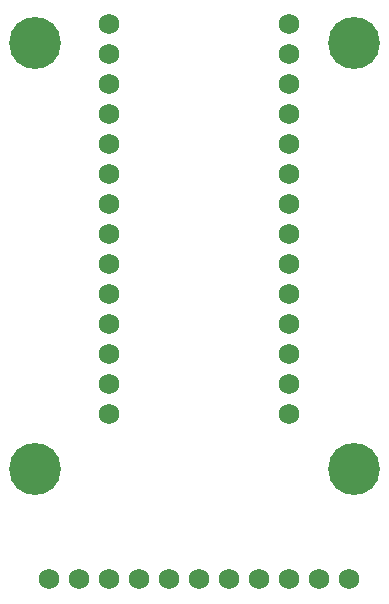
<source format=gbs>
%FSLAX23Y23*%
%MOIN*%
G70*
G01*
G75*
G04 Layer_Color=16711935*
%ADD10R,0.047X0.098*%
%ADD11R,0.030X0.035*%
%ADD12C,0.006*%
%ADD13C,0.060*%
%ADD14C,0.061*%
%ADD15C,0.165*%
%ADD16C,0.024*%
%ADD17C,0.010*%
%ADD18C,0.006*%
%ADD19R,0.055X0.106*%
%ADD20R,0.038X0.043*%
%ADD21C,0.068*%
%ADD22C,0.069*%
%ADD23C,0.173*%
D21*
X1947Y2898D02*
D03*
Y2798D02*
D03*
Y2698D02*
D03*
Y2598D02*
D03*
Y2498D02*
D03*
Y2398D02*
D03*
Y2298D02*
D03*
Y2198D02*
D03*
Y2098D02*
D03*
Y1998D02*
D03*
Y1898D02*
D03*
Y1798D02*
D03*
Y1698D02*
D03*
Y1598D02*
D03*
X1347Y2898D02*
D03*
Y1598D02*
D03*
Y1698D02*
D03*
Y1798D02*
D03*
Y1898D02*
D03*
Y1998D02*
D03*
Y2098D02*
D03*
Y2198D02*
D03*
Y2298D02*
D03*
Y2398D02*
D03*
Y2498D02*
D03*
Y2598D02*
D03*
Y2698D02*
D03*
Y2798D02*
D03*
D22*
X1147Y1048D02*
D03*
X1247D02*
D03*
X1347D02*
D03*
X1447D02*
D03*
X1547D02*
D03*
X1647D02*
D03*
X1747D02*
D03*
X1847D02*
D03*
X1947D02*
D03*
X2047D02*
D03*
X2147D02*
D03*
D23*
X1102Y2835D02*
D03*
X2165D02*
D03*
X1102Y1417D02*
D03*
X2165D02*
D03*
M02*

</source>
